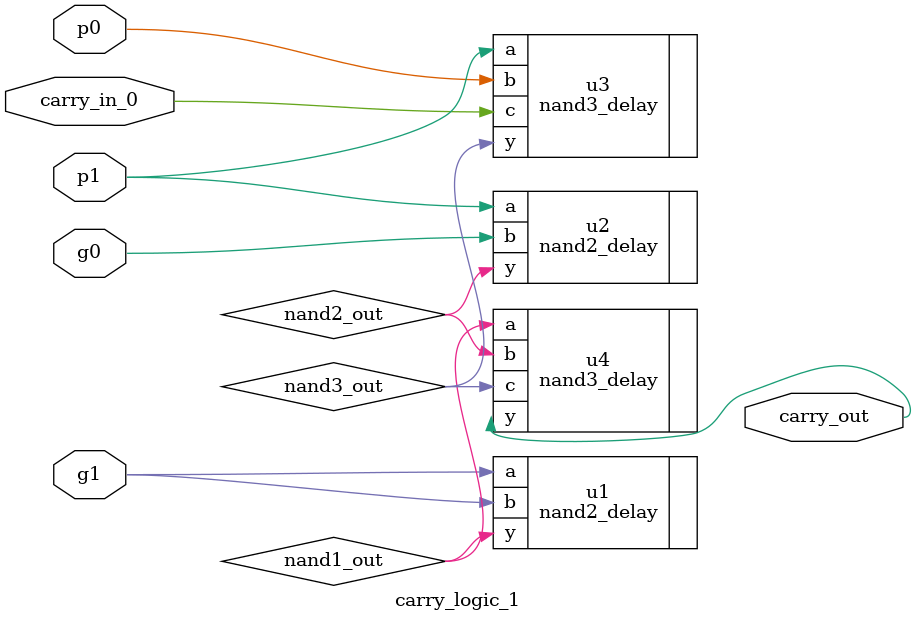
<source format=sv>
module carry_logic_1 (
	input logic g1,
	input logic p1,
    	input logic p0,
    	input logic g0,
    	input logic carry_in_0,
    	output logic carry_out
);

    	logic nand1_out;  
    	logic nand2_out;
	logic nand3_out;


nand2_delay u1 (
	.a(g1), 
	.b(g1), 
	.y(nand1_out)
	); 

nand2_delay u2 (
	.a(p1), 
	.b(g0), 
	.y(nand2_out)
	); 

nand3_delay u3 (
	.a(p1), 
	.b(p0), 
	.c(carry_in_0),
	.y(nand3_out)
	); 

nand3_delay u4 (
	.a(nand1_out), 
	.b(nand2_out), 
	.c(nand3_out),
	.y(carry_out)
	); 

endmodule

</source>
